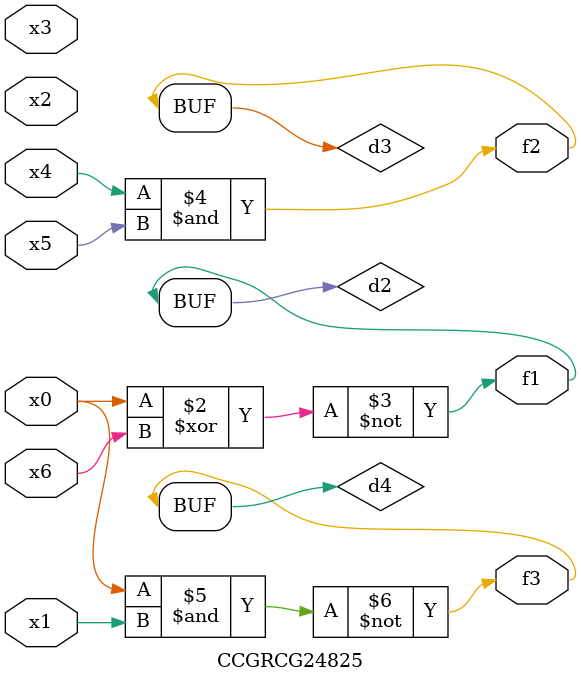
<source format=v>
module CCGRCG24825(
	input x0, x1, x2, x3, x4, x5, x6,
	output f1, f2, f3
);

	wire d1, d2, d3, d4;

	nor (d1, x0);
	xnor (d2, x0, x6);
	and (d3, x4, x5);
	nand (d4, x0, x1);
	assign f1 = d2;
	assign f2 = d3;
	assign f3 = d4;
endmodule

</source>
